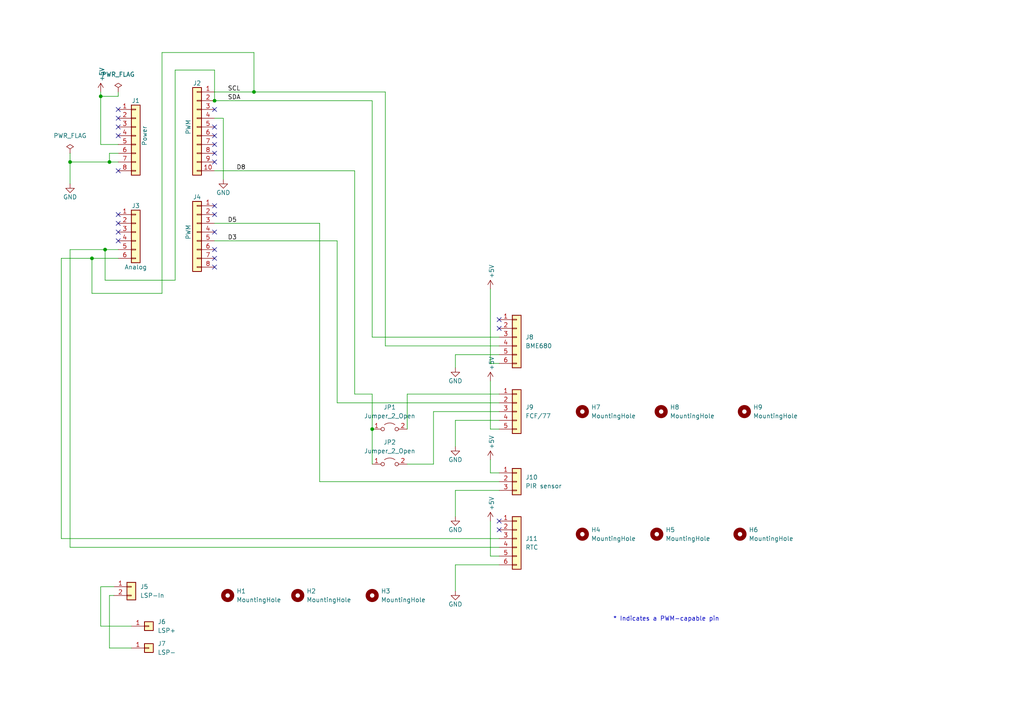
<source format=kicad_sch>
(kicad_sch (version 20211123) (generator eeschema)
  (paper "A4")
  (title_block (title "Arduino Time-Machine") (date "2023-02-10") (rev "1.1") (company "crayz-midi.de"))
  (lib_symbols
    (symbol "Connector_Generic:Conn_01x01" (pin_names (offset 1.016) hide)
      (property "Reference" "J" (at 0 2.54 0))
      (property "Value" "Conn_01x01" (at 0 -2.54 0))
      (symbol "Conn_01x01_1_1"
        (rectangle (start -1.27 0.127) (end 0 -0.127) (stroke (width 0.1524)))
        (rectangle (start -1.27 1.27) (end 1.27 -1.27) (stroke (width 0.254)) (fill (type background)))
        (pin passive line (at -5.08 0 0) (length 3.81) (name "Pin_1") (number "1"))
      )
    )
    (symbol "Connector_Generic:Conn_01x02" (pin_names (offset 1.016) hide)
      (property "Reference" "J" (at 0 2.54 0))
      (property "Value" "Conn_01x02" (at 0 -5.08 0))
      (symbol "Conn_01x02_1_1"
        (rectangle (start -1.27 -2.413) (end 0 -2.667) (stroke (width 0.1524)))
        (rectangle (start -1.27 0.127) (end 0 -0.127) (stroke (width 0.1524)))
        (rectangle (start -1.27 1.27) (end 1.27 -3.81) (stroke (width 0.254)) (fill (type background)))
        (pin passive line (at -5.08 0 0) (length 3.81) (name "Pin_1") (number "1"))
        (pin passive line (at -5.08 -2.54 0) (length 3.81) (name "Pin_2") (number "2"))
      )
    )
    (symbol "Connector_Generic:Conn_01x03" (pin_names (offset 1.016) hide)
      (property "Reference" "J" (at 0 5.08 0))
      (property "Value" "Conn_01x03" (at 0 -5.08 0))
      (symbol "Conn_01x03_1_1"
        (rectangle (start -1.27 -2.413) (end 0 -2.667) (stroke (width 0.1524)))
        (rectangle (start -1.27 0.127) (end 0 -0.127) (stroke (width 0.1524)))
        (rectangle (start -1.27 2.667) (end 0 2.413) (stroke (width 0.1524)))
        (rectangle (start -1.27 3.81) (end 1.27 -3.81) (stroke (width 0.254)) (fill (type background)))
        (pin passive line (at -5.08 2.54 0) (length 3.81) (name "Pin_1") (number "1"))
        (pin passive line (at -5.08 0 0) (length 3.81) (name "Pin_2") (number "2"))
        (pin passive line (at -5.08 -2.54 0) (length 3.81) (name "Pin_3") (number "3"))
      )
    )
    (symbol "Connector_Generic:Conn_01x05" (pin_names (offset 1.016) hide)
      (property "Reference" "J" (at 0 7.62 0))
      (property "Value" "Conn_01x05" (at 0 -7.62 0))
      (symbol "Conn_01x05_1_1"
        (rectangle (start -1.27 -4.953) (end 0 -5.207) (stroke (width 0.1524)))
        (rectangle (start -1.27 -2.413) (end 0 -2.667) (stroke (width 0.1524)))
        (rectangle (start -1.27 0.127) (end 0 -0.127) (stroke (width 0.1524)))
        (rectangle (start -1.27 2.667) (end 0 2.413) (stroke (width 0.1524)))
        (rectangle (start -1.27 5.207) (end 0 4.953) (stroke (width 0.1524)))
        (rectangle (start -1.27 6.35) (end 1.27 -6.35) (stroke (width 0.254)) (fill (type background)))
        (pin passive line (at -5.08 5.08 0) (length 3.81) (name "Pin_1") (number "1"))
        (pin passive line (at -5.08 2.54 0) (length 3.81) (name "Pin_2") (number "2"))
        (pin passive line (at -5.08 0 0) (length 3.81) (name "Pin_3") (number "3"))
        (pin passive line (at -5.08 -2.54 0) (length 3.81) (name "Pin_4") (number "4"))
        (pin passive line (at -5.08 -5.08 0) (length 3.81) (name "Pin_5") (number "5"))
      )
    )
    (symbol "Connector_Generic:Conn_01x06" (pin_names (offset 1.016) hide)
      (property "Reference" "J" (at 0 7.62 0))
      (property "Value" "Conn_01x06" (at 0 -10.16 0))
      (symbol "Conn_01x06_1_1"
        (rectangle (start -1.27 -7.493) (end 0 -7.747) (stroke (width 0.1524)))
        (rectangle (start -1.27 -4.953) (end 0 -5.207) (stroke (width 0.1524)))
        (rectangle (start -1.27 -2.413) (end 0 -2.667) (stroke (width 0.1524)))
        (rectangle (start -1.27 0.127) (end 0 -0.127) (stroke (width 0.1524)))
        (rectangle (start -1.27 2.667) (end 0 2.413) (stroke (width 0.1524)))
        (rectangle (start -1.27 5.207) (end 0 4.953) (stroke (width 0.1524)))
        (rectangle (start -1.27 6.35) (end 1.27 -8.89) (stroke (width 0.254)) (fill (type background)))
        (pin passive line (at -5.08 5.08 0) (length 3.81) (name "Pin_1") (number "1"))
        (pin passive line (at -5.08 2.54 0) (length 3.81) (name "Pin_2") (number "2"))
        (pin passive line (at -5.08 0 0) (length 3.81) (name "Pin_3") (number "3"))
        (pin passive line (at -5.08 -2.54 0) (length 3.81) (name "Pin_4") (number "4"))
        (pin passive line (at -5.08 -5.08 0) (length 3.81) (name "Pin_5") (number "5"))
        (pin passive line (at -5.08 -7.62 0) (length 3.81) (name "Pin_6") (number "6"))
      )
    )
    (symbol "Connector_Generic:Conn_01x08" (pin_names (offset 1.016) hide)
      (property "Reference" "J" (at 0 10.16 0))
      (property "Value" "Conn_01x08" (at 0 -12.7 0))
      (symbol "Conn_01x08_1_1"
        (rectangle (start -1.27 -10.033) (end 0 -10.287) (stroke (width 0.1524)))
        (rectangle (start -1.27 -7.493) (end 0 -7.747) (stroke (width 0.1524)))
        (rectangle (start -1.27 -4.953) (end 0 -5.207) (stroke (width 0.1524)))
        (rectangle (start -1.27 -2.413) (end 0 -2.667) (stroke (width 0.1524)))
        (rectangle (start -1.27 0.127) (end 0 -0.127) (stroke (width 0.1524)))
        (rectangle (start -1.27 2.667) (end 0 2.413) (stroke (width 0.1524)))
        (rectangle (start -1.27 5.207) (end 0 4.953) (stroke (width 0.1524)))
        (rectangle (start -1.27 7.747) (end 0 7.493) (stroke (width 0.1524)))
        (rectangle (start -1.27 8.89) (end 1.27 -11.43) (stroke (width 0.254)) (fill (type background)))
        (pin passive line (at -5.08 7.62 0) (length 3.81) (name "Pin_1") (number "1"))
        (pin passive line (at -5.08 5.08 0) (length 3.81) (name "Pin_2") (number "2"))
        (pin passive line (at -5.08 2.54 0) (length 3.81) (name "Pin_3") (number "3"))
        (pin passive line (at -5.08 0 0) (length 3.81) (name "Pin_4") (number "4"))
        (pin passive line (at -5.08 -2.54 0) (length 3.81) (name "Pin_5") (number "5"))
        (pin passive line (at -5.08 -5.08 0) (length 3.81) (name "Pin_6") (number "6"))
        (pin passive line (at -5.08 -7.62 0) (length 3.81) (name "Pin_7") (number "7"))
        (pin passive line (at -5.08 -10.16 0) (length 3.81) (name "Pin_8") (number "8"))
      )
    )
    (symbol "Connector_Generic:Conn_01x10" (pin_names (offset 1.016) hide)
      (property "Reference" "J" (at 0 12.7 0))
      (property "Value" "Conn_01x10" (at 0 -15.24 0))
      (symbol "Conn_01x10_1_1"
        (rectangle (start -1.27 -12.573) (end 0 -12.827) (stroke (width 0.1524)))
        (rectangle (start -1.27 -10.033) (end 0 -10.287) (stroke (width 0.1524)))
        (rectangle (start -1.27 -7.493) (end 0 -7.747) (stroke (width 0.1524)))
        (rectangle (start -1.27 -4.953) (end 0 -5.207) (stroke (width 0.1524)))
        (rectangle (start -1.27 -2.413) (end 0 -2.667) (stroke (width 0.1524)))
        (rectangle (start -1.27 0.127) (end 0 -0.127) (stroke (width 0.1524)))
        (rectangle (start -1.27 2.667) (end 0 2.413) (stroke (width 0.1524)))
        (rectangle (start -1.27 5.207) (end 0 4.953) (stroke (width 0.1524)))
        (rectangle (start -1.27 7.747) (end 0 7.493) (stroke (width 0.1524)))
        (rectangle (start -1.27 10.287) (end 0 10.033) (stroke (width 0.1524)))
        (rectangle (start -1.27 11.43) (end 1.27 -13.97) (stroke (width 0.254)) (fill (type background)))
        (pin passive line (at -5.08 10.16 0) (length 3.81) (name "Pin_1") (number "1"))
        (pin passive line (at -5.08 -12.7 0) (length 3.81) (name "Pin_10") (number "10"))
        (pin passive line (at -5.08 7.62 0) (length 3.81) (name "Pin_2") (number "2"))
        (pin passive line (at -5.08 5.08 0) (length 3.81) (name "Pin_3") (number "3"))
        (pin passive line (at -5.08 2.54 0) (length 3.81) (name "Pin_4") (number "4"))
        (pin passive line (at -5.08 0 0) (length 3.81) (name "Pin_5") (number "5"))
        (pin passive line (at -5.08 -2.54 0) (length 3.81) (name "Pin_6") (number "6"))
        (pin passive line (at -5.08 -5.08 0) (length 3.81) (name "Pin_7") (number "7"))
        (pin passive line (at -5.08 -7.62 0) (length 3.81) (name "Pin_8") (number "8"))
        (pin passive line (at -5.08 -10.16 0) (length 3.81) (name "Pin_9") (number "9"))
      )
    )
    (symbol "Jumper:Jumper_2_Open" (pin_names (offset 0) hide)
      (property "Reference" "JP" (at 0 2.794 0))
      (property "Value" "Jumper_2_Open" (at 0 -2.286 0))
      (symbol "Jumper_2_Open_0_0"
        (circle (center -2.032 0) (radius 0.508))
        (circle (center 2.032 0) (radius 0.508))
      )
      (symbol "Jumper_2_Open_0_1"
        (arc (start 1.524 1.27) (mid 0 1.778) (end -1.524 1.27))
      )
      (symbol "Jumper_2_Open_1_1"
        (pin passive line (at -5.08 0 0) (length 2.54) (name "A") (number "1"))
        (pin passive line (at 5.08 0 180) (length 2.54) (name "B") (number "2"))
      )
    )
    (symbol "Mechanical:MountingHole" (pin_names (offset 1.016))
      (property "Reference" "H" (at 0 5.08 0))
      (property "Value" "MountingHole" (at 0 3.175 0))
      (symbol "MountingHole_0_1"
        (circle (center 0 0) (radius 1.27) (stroke (width 1.27)))
      )
    )
    (symbol "power:+5V" (power) (pin_names (offset 0))
      (property "Value" "+5V" (at 0 3.556 0))
      (symbol "+5V_0_1"
        (polyline (pts (xy -0.762 1.27) (xy 0 2.54)))
        (polyline (pts (xy 0 0) (xy 0 2.54)))
        (polyline (pts (xy 0 2.54) (xy 0.762 1.27)))
      )
      (symbol "+5V_1_1"
        (pin power_in line (at 0 0 90) (length 0) hide (name "+5V") (number "1"))
      )
    )
    (symbol "power:GND" (power) (pin_names (offset 0))
      (property "Value" "GND" (at 0 -3.81 0))
      (symbol "GND_0_1"
        (polyline (pts (xy 0 0) (xy 0 -1.27) (xy 1.27 -1.27) (xy 0 -2.54) (xy -1.27 -1.27) (xy 0 -1.27)))
      )
      (symbol "GND_1_1"
        (pin power_in line (at 0 0 270) (length 0) hide (name "GND") (number "1"))
      )
    )
    (symbol "power:PWR_FLAG" (power) (pin_numbers hide) (pin_names (offset 0) hide)
      (property "Value" "PWR_FLAG" (at 0 3.81 0))
      (symbol "PWR_FLAG_0_0"
        (pin power_out line (at 0 0 90) (length 0) (name "pwr") (number "1"))
      )
      (symbol "PWR_FLAG_0_1"
        (polyline (pts (xy 0 0) (xy 0 1.27) (xy -1.016 1.905) (xy 0 2.54) (xy 1.016 1.905) (xy 0 1.27)))
      )
    )
  )
  (junction (at 62.23 29.21))
  (junction (at 30.48 72.39))
  (junction (at 31.75 46.99))
  (junction (at 29.21 27.94))
  (junction (at 20.32 46.99))
  (junction (at 107.95 124.46))
  (junction (at 73.66 26.67))
  (junction (at 26.67 74.93))
  (no_connect (at 62.23 72.39))
  (no_connect (at 62.23 39.37))
  (no_connect (at 34.29 39.37))
  (no_connect (at 62.23 62.23))
  (no_connect (at 62.23 41.91))
  (no_connect (at 144.78 153.67))
  (no_connect (at 34.29 36.83))
  (no_connect (at 144.78 92.71))
  (no_connect (at 62.23 36.83))
  (no_connect (at 62.23 67.31))
  (no_connect (at 34.29 64.77))
  (no_connect (at 62.23 59.69))
  (no_connect (at 144.78 151.13))
  (no_connect (at 62.23 46.99))
  (no_connect (at 62.23 44.45))
  (no_connect (at 34.29 67.31))
  (no_connect (at 34.29 69.85))
  (no_connect (at 34.29 49.53))
  (no_connect (at 144.78 95.25))
  (no_connect (at 62.23 74.93))
  (no_connect (at 62.23 77.47))
  (no_connect (at 34.29 34.29))
  (no_connect (at 34.29 31.75))
  (no_connect (at 34.29 62.23))
  (no_connect (at 62.23 31.75))
  (wire (pts (xy 144.78 114.3) (xy 118.11 114.3)))
  (wire (pts (xy 29.21 27.94) (xy 34.29 27.94)))
  (wire (pts (xy 118.11 134.62) (xy 125.73 134.62)))
  (wire (pts (xy 97.79 116.84) (xy 97.79 69.85)))
  (wire (pts (xy 20.32 72.39) (xy 20.32 158.75)))
  (wire (pts (xy 34.29 41.91) (xy 29.21 41.91)))
  (wire (pts (xy 50.8 81.28) (xy 30.48 81.28)))
  (wire (pts (xy 92.71 64.77) (xy 92.71 139.7)))
  (wire (pts (xy 29.21 181.61) (xy 29.21 170.18)))
  (wire (pts (xy 20.32 46.99) (xy 31.75 46.99)))
  (wire (pts (xy 34.29 72.39) (xy 30.48 72.39)))
  (wire (pts (xy 34.29 27.94) (xy 34.29 26.67)))
  (wire (pts (xy 29.21 41.91) (xy 29.21 27.94)))
  (wire (pts (xy 142.24 124.46) (xy 144.78 124.46)))
  (wire (pts (xy 30.48 81.28) (xy 30.48 72.39)))
  (wire (pts (xy 107.95 97.79) (xy 144.78 97.79)))
  (wire (pts (xy 125.73 119.38) (xy 144.78 119.38)))
  (wire (pts (xy 62.23 29.21) (xy 107.95 29.21)))
  (wire (pts (xy 31.75 172.72) (xy 31.75 187.96)))
  (wire (pts (xy 73.66 15.24) (xy 46.99 15.24)))
  (wire (pts (xy 111.76 100.33) (xy 144.78 100.33)))
  (wire (pts (xy 142.24 137.16) (xy 144.78 137.16)))
  (wire (pts (xy 46.99 85.09) (xy 26.67 85.09)))
  (wire (pts (xy 142.24 83.82) (xy 142.24 105.41)))
  (wire (pts (xy 132.08 142.24) (xy 144.78 142.24)))
  (wire (pts (xy 46.99 15.24) (xy 46.99 85.09)))
  (wire (pts (xy 20.32 46.99) (xy 20.32 44.45)))
  (wire (pts (xy 17.78 74.93) (xy 17.78 156.21)))
  (wire (pts (xy 62.23 20.32) (xy 62.23 29.21)))
  (wire (pts (xy 102.87 114.3) (xy 107.95 114.3)))
  (wire (pts (xy 132.08 102.87) (xy 132.08 106.68)))
  (wire (pts (xy 142.24 105.41) (xy 144.78 105.41)))
  (wire (pts (xy 34.29 74.93) (xy 26.67 74.93)))
  (wire (pts (xy 30.48 72.39) (xy 20.32 72.39)))
  (wire (pts (xy 17.78 156.21) (xy 144.78 156.21)))
  (wire (pts (xy 118.11 114.3) (xy 118.11 124.46)))
  (wire (pts (xy 107.95 114.3) (xy 107.95 124.46)))
  (wire (pts (xy 31.75 44.45) (xy 31.75 46.99)))
  (wire (pts (xy 102.87 114.3) (xy 102.87 49.53)))
  (wire (pts (xy 64.77 34.29) (xy 64.77 52.07)))
  (wire (pts (xy 50.8 20.32) (xy 50.8 81.28)))
  (wire (pts (xy 142.24 110.49) (xy 142.24 124.46)))
  (wire (pts (xy 26.67 85.09) (xy 26.67 74.93)))
  (wire (pts (xy 132.08 121.92) (xy 132.08 129.54)))
  (wire (pts (xy 144.78 139.7) (xy 92.71 139.7)))
  (wire (pts (xy 26.67 74.93) (xy 17.78 74.93)))
  (wire (pts (xy 33.02 172.72) (xy 31.75 172.72)))
  (wire (pts (xy 107.95 29.21) (xy 107.95 97.79)))
  (wire (pts (xy 107.95 124.46) (xy 107.95 134.62)))
  (wire (pts (xy 29.21 170.18) (xy 33.02 170.18)))
  (wire (pts (xy 97.79 116.84) (xy 144.78 116.84)))
  (wire (pts (xy 125.73 134.62) (xy 125.73 119.38)))
  (wire (pts (xy 111.76 26.67) (xy 111.76 100.33)))
  (wire (pts (xy 29.21 26.67) (xy 29.21 27.94)))
  (wire (pts (xy 29.21 181.61) (xy 38.1 181.61)))
  (wire (pts (xy 62.23 20.32) (xy 50.8 20.32)))
  (wire (pts (xy 73.66 26.67) (xy 111.76 26.67)))
  (wire (pts (xy 62.23 34.29) (xy 64.77 34.29)))
  (wire (pts (xy 142.24 151.13) (xy 142.24 161.29)))
  (wire (pts (xy 142.24 133.35) (xy 142.24 137.16)))
  (wire (pts (xy 144.78 161.29) (xy 142.24 161.29)))
  (wire (pts (xy 73.66 26.67) (xy 73.66 15.24)))
  (wire (pts (xy 38.1 187.96) (xy 31.75 187.96)))
  (wire (pts (xy 34.29 44.45) (xy 31.75 44.45)))
  (wire (pts (xy 20.32 158.75) (xy 144.78 158.75)))
  (wire (pts (xy 62.23 64.77) (xy 92.71 64.77)))
  (wire (pts (xy 132.08 163.83) (xy 144.78 163.83)))
  (wire (pts (xy 144.78 121.92) (xy 132.08 121.92)))
  (wire (pts (xy 132.08 171.45) (xy 132.08 163.83)))
  (wire (pts (xy 62.23 69.85) (xy 97.79 69.85)))
  (wire (pts (xy 20.32 46.99) (xy 20.32 53.34)))
  (wire (pts (xy 62.23 26.67) (xy 73.66 26.67)))
  (wire (pts (xy 132.08 142.24) (xy 132.08 149.86)))
  (wire (pts (xy 132.08 102.87) (xy 144.78 102.87)))
  (wire (pts (xy 31.75 46.99) (xy 34.29 46.99)))
  (wire (pts (xy 62.23 49.53) (xy 102.87 49.53)))
  (text "* Indicates a PWM-capable pin" (at 177.8 180.34 0) (effects (font (size 1.27 1.27)) (justify left bottom)))
  (label "D8" (at 68.58 49.53 0))
  (label "D3" (at 66.04 69.85 0))
  (label "D5" (at 66.04 64.77 0))
  (label "SDA" (at 66.04 29.21 0))
  (label "SCL" (at 66.04 26.67 0))
  (symbol (lib_id "Connector_Generic:Conn_01x08") (at 39.37 39.37 0) (unit 1)
    (property "Reference" "J1" (at 39.37 29.21 0))
    (property "Value" "Power" (at 41.91 39.37 90))
    (property "Footprint" "Connector_PinSocket_2.54mm:PinSocket_1x08_P2.54mm_Vertical" (effects hide))
  )
  (symbol (lib_id "power:+5V") (at 29.21 26.67 0) (unit 1)
    (property "Reference" "#PWR02" (effects hide))
    (property "Value" "+5V" (at 29.5656 23.622 90) (effects (justify left)))
  )
  (symbol (lib_id "power:GND") (at 20.32 53.34 0) (unit 1)
    (property "Reference" "#PWR04" (effects hide))
    (property "Value" "GND" (at 20.32 57.15 0))
  )
  (symbol (lib_id "Connector_Generic:Conn_01x10") (at 57.15 36.83 0) (mirror y) (unit 1)
    (property "Reference" "J2" (at 57.15 24.13 0))
    (property "Value" "PWM" (at 54.61 36.83 90))
    (property "Footprint" "Connector_PinSocket_2.54mm:PinSocket_1x10_P2.54mm_Vertical" (effects hide))
  )
  (symbol (lib_id "power:GND") (at 64.77 52.07 0) (unit 1)
    (property "Reference" "#PWR05" (effects hide))
    (property "Value" "GND" (at 64.77 55.88 0))
  )
  (symbol (lib_id "Connector_Generic:Conn_01x06") (at 39.37 67.31 0) (unit 1)
    (property "Reference" "J3" (at 39.37 59.69 0))
    (property "Value" "Analog" (at 39.37 77.47 0))
    (property "Footprint" "Connector_PinSocket_2.54mm:PinSocket_1x06_P2.54mm_Vertical" (effects hide))
  )
  (symbol (lib_id "Connector_Generic:Conn_01x08") (at 57.15 67.31 0) (mirror y) (unit 1)
    (property "Reference" "J4" (at 57.15 57.15 0))
    (property "Value" "PWM" (at 54.61 67.31 90))
    (property "Footprint" "Connector_PinSocket_2.54mm:PinSocket_1x08_P2.54mm_Vertical" (effects hide))
  )
  (symbol (lib_id "power:+5V") (at 142.24 133.35 0) (unit 1)
    (property "Reference" "#PWR0104" (effects hide))
    (property "Value" "+5V" (at 142.5956 130.302 90) (effects (justify left)))
  )
  (symbol (lib_id "Connector_Generic:Conn_01x02") (at 38.1 170.18 0) (unit 1)
    (property "Reference" "J5" (at 40.64 170.1799 0) (effects (justify left)))
    (property "Value" "LSP-In" (at 40.64 172.7199 0) (effects (justify left)))
    (property "Footprint" "Connector_PinHeader_2.54mm:PinHeader_1x02_P2.54mm_Horizontal" (effects hide))
  )
  (symbol (lib_id "power:GND") (at 132.08 149.86 0) (unit 1)
    (property "Reference" "#PWR06" (effects hide))
    (property "Value" "GND" (at 132.08 153.67 0))
  )
  (symbol (lib_id "Mechanical:MountingHole") (at 215.9 119.38 0) (unit 1)
    (property "Reference" "H9" (at 218.44 118.1099 0) (effects (justify left)))
    (property "Value" "MountingHole" (at 218.44 120.6499 0) (effects (justify left)))
    (property "Footprint" "MountingHole:MountingHole_4.3mm_M4" (effects hide))
  )
  (symbol (lib_id "Mechanical:MountingHole") (at 66.04 172.72 0) (unit 1)
    (property "Reference" "H1" (at 68.58 171.4499 0) (effects (justify left)))
    (property "Value" "MountingHole" (at 68.58 173.9899 0) (effects (justify left)))
    (property "Footprint" "MountingHole:MountingHole_3.2mm_M3_DIN965" (effects hide))
  )
  (symbol (lib_id "Mechanical:MountingHole") (at 191.77 119.38 0) (unit 1)
    (property "Reference" "H8" (at 194.31 118.1099 0) (effects (justify left)))
    (property "Value" "MountingHole" (at 194.31 120.6499 0) (effects (justify left)))
    (property "Footprint" "MountingHole:MountingHole_4.3mm_M4" (effects hide))
  )
  (symbol (lib_id "Connector_Generic:Conn_01x05") (at 149.86 119.38 0) (unit 1)
    (property "Reference" "J9" (at 152.4 118.1099 0) (effects (justify left)))
    (property "Value" "FCF/77" (at 152.4 120.6499 0) (effects (justify left)))
    (property "Footprint" "Connector_PinSocket_2.54mm:PinSocket_1x05_P2.54mm_Horizontal" (effects hide))
  )
  (symbol (lib_id "Connector_Generic:Conn_01x06") (at 149.86 156.21 0) (unit 1)
    (property "Reference" "J11" (at 152.4 156.2099 0) (effects (justify left)))
    (property "Value" "RTC" (at 152.4 158.7499 0) (effects (justify left)))
    (property "Footprint" "Connector_PinSocket_2.54mm:PinSocket_1x06_P2.54mm_Horizontal" (effects hide))
  )
  (symbol (lib_id "Connector_Generic:Conn_01x01") (at 43.18 181.61 0) (unit 1)
    (property "Reference" "J6" (at 45.72 180.3399 0) (effects (justify left)))
    (property "Value" "LSP+" (at 45.72 182.8799 0) (effects (justify left)))
    (property "Footprint" "Connector_Pin:Pin_D1.0mm_L10.0mm_LooseFit" (effects hide))
  )
  (symbol (lib_id "power:+5V") (at 142.24 83.82 0) (unit 1)
    (property "Reference" "#PWR0108" (effects hide))
    (property "Value" "+5V" (at 142.5956 80.772 90) (effects (justify left)))
  )
  (symbol (lib_id "power:+5V") (at 142.24 110.49 0) (unit 1)
    (property "Reference" "#PWR0106" (effects hide))
    (property "Value" "+5V" (at 142.5956 107.442 90) (effects (justify left)))
  )
  (symbol (lib_id "power:GND") (at 132.08 106.68 0) (unit 1)
    (property "Reference" "#PWR0105" (effects hide))
    (property "Value" "GND" (at 132.08 110.49 0))
  )
  (symbol (lib_id "Mechanical:MountingHole") (at 107.95 172.72 0) (unit 1)
    (property "Reference" "H3" (at 110.49 171.4499 0) (effects (justify left)))
    (property "Value" "MountingHole" (at 110.49 173.9899 0) (effects (justify left)))
    (property "Footprint" "MountingHole:MountingHole_3.2mm_M3_DIN965" (effects hide))
  )
  (symbol (lib_id "power:PWR_FLAG") (at 34.29 26.67 0) (unit 1)
    (property "Reference" "#FLG01" (effects hide))
    (property "Value" "PWR_FLAG" (at 34.29 21.59 0))
  )
  (symbol (lib_id "Jumper:Jumper_2_Open") (at 113.03 134.62 0) (unit 1)
    (property "Reference" "JP2" (at 113.03 128.27 0))
    (property "Value" "Jumper_2_Open" (at 113.03 130.81 0))
    (property "Footprint" "Jumper:SolderJumper-2_P1.3mm_Open_Pad1.0x1.5mm" (effects hide))
  )
  (symbol (lib_id "Connector_Generic:Conn_01x03") (at 149.86 139.7 0) (unit 1)
    (property "Reference" "J10" (at 152.4 138.4299 0) (effects (justify left)))
    (property "Value" "PIR sensor" (at 152.4 140.9699 0) (effects (justify left)))
    (property "Footprint" "Connector_PinSocket_2.54mm:PinSocket_1x03_P2.54mm_Horizontal" (effects hide))
  )
  (symbol (lib_id "Mechanical:MountingHole") (at 168.91 154.94 0) (unit 1)
    (property "Reference" "H4" (at 171.45 153.6699 0) (effects (justify left)))
    (property "Value" "MountingHole" (at 171.45 156.2099 0) (effects (justify left)))
    (property "Footprint" "MountingHole:MountingHole_3.2mm_M3_DIN965" (effects hide))
  )
  (symbol (lib_id "power:GND") (at 132.08 129.54 0) (unit 1)
    (property "Reference" "#PWR0103" (effects hide))
    (property "Value" "GND" (at 132.08 133.35 0))
  )
  (symbol (lib_id "Mechanical:MountingHole") (at 190.5 154.94 0) (unit 1)
    (property "Reference" "H5" (at 193.04 153.6699 0) (effects (justify left)))
    (property "Value" "MountingHole" (at 193.04 156.2099 0) (effects (justify left)))
    (property "Footprint" "MountingHole:MountingHole_3.2mm_M3_DIN965" (effects hide))
  )
  (symbol (lib_id "Connector_Generic:Conn_01x01") (at 43.18 187.96 0) (unit 1)
    (property "Reference" "J7" (at 45.72 186.6899 0) (effects (justify left)))
    (property "Value" "LSP-" (at 45.72 189.2299 0) (effects (justify left)))
    (property "Footprint" "Connector_Pin:Pin_D1.0mm_L10.0mm_LooseFit" (effects hide))
  )
  (symbol (lib_id "power:PWR_FLAG") (at 20.32 44.45 0) (unit 1)
    (property "Reference" "#FLG02" (effects hide))
    (property "Value" "PWR_FLAG" (at 20.32 39.37 0))
  )
  (symbol (lib_id "Mechanical:MountingHole") (at 86.36 172.72 0) (unit 1)
    (property "Reference" "H2" (at 88.9 171.4499 0) (effects (justify left)))
    (property "Value" "MountingHole" (at 88.9 173.9899 0) (effects (justify left)))
    (property "Footprint" "MountingHole:MountingHole_3.2mm_M3_DIN965" (effects hide))
  )
  (symbol (lib_id "Mechanical:MountingHole") (at 214.63 154.94 0) (unit 1)
    (property "Reference" "H6" (at 217.17 153.6699 0) (effects (justify left)))
    (property "Value" "MountingHole" (at 217.17 156.2099 0) (effects (justify left)))
    (property "Footprint" "MountingHole:MountingHole_3.2mm_M3_DIN965" (effects hide))
  )
  (symbol (lib_id "power:+5V") (at 142.24 151.13 0) (unit 1)
    (property "Reference" "#PWR0102" (effects hide))
    (property "Value" "+5V" (at 142.5956 148.082 90) (effects (justify left)))
  )
  (symbol (lib_id "Jumper:Jumper_2_Open") (at 113.03 124.46 0) (unit 1)
    (property "Reference" "JP1" (at 113.03 118.11 0))
    (property "Value" "Jumper_2_Open" (at 113.03 120.65 0))
    (property "Footprint" "Jumper:SolderJumper-2_P1.3mm_Open_Pad1.0x1.5mm" (effects hide))
  )
  (symbol (lib_id "Mechanical:MountingHole") (at 168.91 119.38 0) (unit 1)
    (property "Reference" "H7" (at 171.45 118.1099 0) (effects (justify left)))
    (property "Value" "MountingHole" (at 171.45 120.6499 0) (effects (justify left)))
    (property "Footprint" "MountingHole:MountingHole_4.3mm_M4" (effects hide))
  )
  (symbol (lib_id "Connector_Generic:Conn_01x06") (at 149.86 97.79 0) (unit 1)
    (property "Reference" "J8" (at 152.4 97.7899 0) (effects (justify left)))
    (property "Value" "BME680" (at 152.4 100.3299 0) (effects (justify left)))
    (property "Footprint" "Connector_PinSocket_2.54mm:PinSocket_1x06_P2.54mm_Horizontal" (effects hide))
  )
  (symbol (lib_id "power:GND") (at 132.08 171.45 0) (unit 1)
    (property "Reference" "#PWR0101" (effects hide))
    (property "Value" "GND" (at 132.08 175.26 0))
  )
)
</source>
